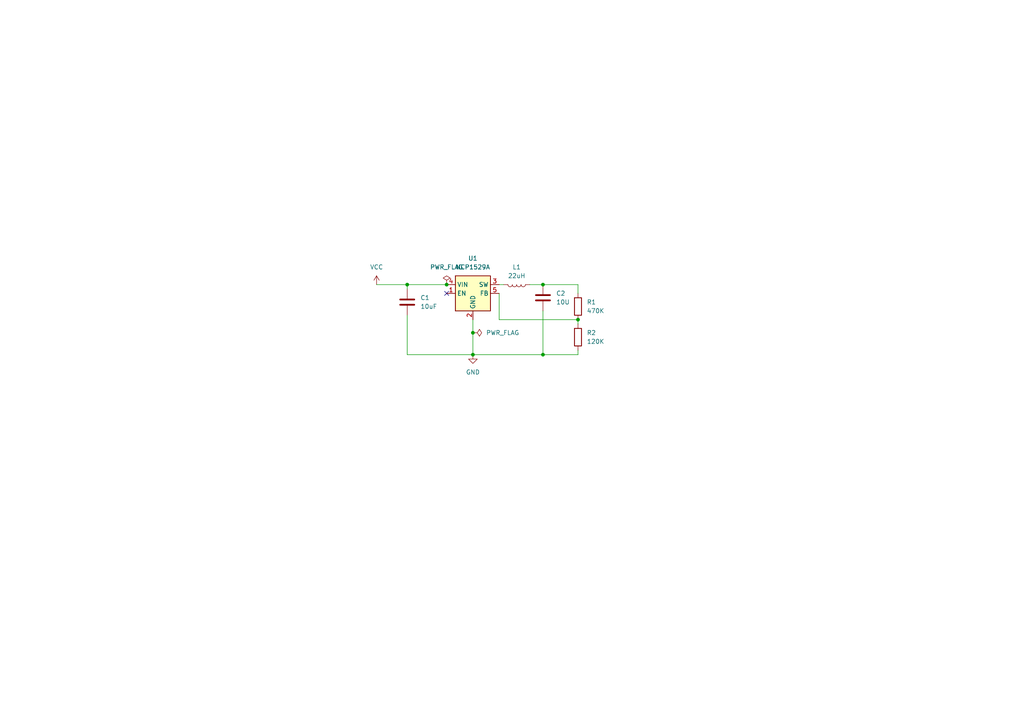
<source format=kicad_sch>
(kicad_sch (version 20211123) (generator eeschema)
  (paper "A4")
  (lib_symbols
    (symbol "Device:C" (pin_numbers hide) (pin_names (offset 0.254))
      (property "Reference" "C" (at 0.635 2.54 0))
      (property "Value" "C" (at 0.635 -2.54 0))
      (symbol "C_0_1"
        (polyline (pts (xy -2.032 -0.762) (xy 2.032 -0.762)) (stroke (width 0.508)))
        (polyline (pts (xy -2.032 0.762) (xy 2.032 0.762)) (stroke (width 0.508)))
      )
      (symbol "C_1_1"
        (pin passive line (at 0 3.81 270) (length 2.794) (name "~") (number "1"))
        (pin passive line (at 0 -3.81 90) (length 2.794) (name "~") (number "2"))
      )
    )
    (symbol "Device:L" (pin_numbers hide) (pin_names (offset 1.016) hide)
      (property "Reference" "L" (at -1.27 0 90))
      (property "Value" "L" (at 1.905 0 90))
      (symbol "L_0_1"
        (arc (start 0 -2.54) (mid 0.635 -1.905) (end 0 -1.27))
        (arc (start 0 -1.27) (mid 0.635 -0.635) (end 0 0))
        (arc (start 0 0) (mid 0.635 0.635) (end 0 1.27))
        (arc (start 0 1.27) (mid 0.635 1.905) (end 0 2.54))
      )
      (symbol "L_1_1"
        (pin passive line (at 0 3.81 270) (length 1.27) (name "1") (number "1"))
        (pin passive line (at 0 -3.81 90) (length 1.27) (name "2") (number "2"))
      )
    )
    (symbol "Device:R" (pin_numbers hide) (pin_names (offset 0))
      (property "Reference" "R" (at 2.032 0 90))
      (property "Value" "R" (at 0 0 90))
      (symbol "R_0_1"
        (rectangle (start -1.016 -2.54) (end 1.016 2.54) (stroke (width 0.254)))
      )
      (symbol "R_1_1"
        (pin passive line (at 0 3.81 270) (length 1.27) (name "~") (number "1"))
        (pin passive line (at 0 -3.81 90) (length 1.27) (name "~") (number "2"))
      )
    )
    (symbol "Regulator_Switching:NCP1529A"
      (property "Reference" "U" (at -5.08 6.35 0))
      (property "Value" "NCP1529A" (at 0 6.35 0))
      (symbol "NCP1529A_0_1"
        (rectangle (start -5.08 5.08) (end 5.08 -5.08) (stroke (width 0.254)) (fill (type background)))
      )
      (symbol "NCP1529A_1_1"
        (pin input line (at -7.62 0 0) (length 2.54) (name "EN") (number "1"))
        (pin power_in line (at 0 -7.62 90) (length 2.54) (name "GND") (number "2"))
        (pin power_out line (at 7.62 2.54 180) (length 2.54) (name "SW") (number "3"))
        (pin power_in line (at -7.62 2.54 0) (length 2.54) (name "VIN") (number "4"))
        (pin input line (at 7.62 0 180) (length 2.54) (name "FB") (number "5"))
      )
    )
    (symbol "power:GND" (power) (pin_names (offset 0))
      (property "Value" "GND" (at 0 -3.81 0))
      (symbol "GND_0_1"
        (polyline (pts (xy 0 0) (xy 0 -1.27) (xy 1.27 -1.27) (xy 0 -2.54) (xy -1.27 -1.27) (xy 0 -1.27)))
      )
      (symbol "GND_1_1"
        (pin power_in line (at 0 0 270) (length 0) hide (name "GND") (number "1"))
      )
    )
    (symbol "power:PWR_FLAG" (power) (pin_numbers hide) (pin_names (offset 0) hide)
      (property "Value" "PWR_FLAG" (at 0 3.81 0))
      (symbol "PWR_FLAG_0_0"
        (pin power_out line (at 0 0 90) (length 0) (name "pwr") (number "1"))
      )
      (symbol "PWR_FLAG_0_1"
        (polyline (pts (xy 0 0) (xy 0 1.27) (xy -1.016 1.905) (xy 0 2.54) (xy 1.016 1.905) (xy 0 1.27)))
      )
    )
    (symbol "power:VCC" (power) (pin_names (offset 0))
      (property "Value" "VCC" (at 0 3.81 0))
      (symbol "VCC_0_1"
        (polyline (pts (xy -0.762 1.27) (xy 0 2.54)))
        (polyline (pts (xy 0 0) (xy 0 2.54)))
        (polyline (pts (xy 0 2.54) (xy 0.762 1.27)))
      )
      (symbol "VCC_1_1"
        (pin power_in line (at 0 0 90) (length 0) hide (name "VCC") (number "1"))
      )
    )
  )
  (junction (at 118.11 82.55))
  (junction (at 157.48 82.55))
  (junction (at 129.54 82.55))
  (junction (at 167.64 92.71))
  (junction (at 137.16 102.87))
  (junction (at 137.16 96.52))
  (junction (at 157.48 102.87))
  (no_connect (at 129.54 85.09))
  (wire (pts (xy 167.64 92.71) (xy 167.64 93.98)))
  (wire (pts (xy 118.11 91.44) (xy 118.11 102.87)))
  (wire (pts (xy 144.78 82.55) (xy 146.05 82.55)))
  (wire (pts (xy 153.67 82.55) (xy 157.48 82.55)))
  (wire (pts (xy 137.16 102.87) (xy 157.48 102.87)))
  (wire (pts (xy 157.48 90.17) (xy 157.48 102.87)))
  (wire (pts (xy 157.48 102.87) (xy 167.64 102.87)))
  (wire (pts (xy 167.64 82.55) (xy 167.64 85.09)))
  (wire (pts (xy 129.54 82.55) (xy 118.11 82.55)))
  (wire (pts (xy 144.78 85.09) (xy 144.78 92.71)))
  (wire (pts (xy 118.11 82.55) (xy 118.11 83.82)))
  (wire (pts (xy 137.16 102.87) (xy 137.16 96.52)))
  (wire (pts (xy 109.22 82.55) (xy 118.11 82.55)))
  (wire (pts (xy 137.16 96.52) (xy 137.16 92.71)))
  (wire (pts (xy 144.78 92.71) (xy 167.64 92.71)))
  (wire (pts (xy 167.64 101.6) (xy 167.64 102.87)))
  (wire (pts (xy 118.11 102.87) (xy 137.16 102.87)))
  (wire (pts (xy 157.48 82.55) (xy 167.64 82.55)))
  (symbol (lib_id "Device:C") (at 157.48 86.36 0) (unit 1)
    (property "Reference" "C2" (at 161.29 85.0899 0) (effects (justify left)))
    (property "Value" "10U" (at 161.29 87.6299 0) (effects (justify left)))
    (property "Footprint" "Capacitor_SMD:C_0805_2012Metric_Pad1.18x1.45mm_HandSolder" (effects hide))
  )
  (symbol (lib_id "Device:C") (at 118.11 87.63 0) (unit 1)
    (property "Reference" "C1" (at 121.92 86.3599 0) (effects (justify left)))
    (property "Value" "10uF" (at 121.92 88.8999 0) (effects (justify left)))
    (property "Footprint" "Capacitor_SMD:C_0805_2012Metric_Pad1.18x1.45mm_HandSolder" (effects hide))
  )
  (symbol (lib_id "Device:L") (at 149.86 82.55 270) (unit 1)
    (property "Reference" "L1" (at 149.86 77.47 90))
    (property "Value" "22uH" (at 149.86 80.01 90))
    (property "Footprint" "Inductor_SMD:L_Coilcraft_LPS4018" (effects hide))
  )
  (symbol (lib_id "Regulator_Switching:NCP1529A") (at 137.16 85.09 0) (unit 1)
    (property "Reference" "U1" (at 137.16 74.93 0))
    (property "Value" "NCP1529A" (at 137.16 77.47 0))
    (property "Footprint" "Package_TO_SOT_SMD:SOT-23-5" (effects hide))
    (property "Datasheet" "https://www.onsemi.com/pub/Collateral/NCP1529-D.PDF" (effects hide))
  )
  (symbol (lib_id "power:PWR_FLAG") (at 129.54 82.55 0) (unit 1)
    (property "Reference" "#FLG0101" (effects hide))
    (property "Value" "PWR_FLAG" (at 129.54 77.47 0))
  )
  (symbol (lib_id "power:PWR_FLAG") (at 137.16 96.52 270) (unit 1)
    (property "Reference" "#FLG0102" (effects hide))
    (property "Value" "PWR_FLAG" (at 140.97 96.5199 90) (effects (justify left)))
  )
  (symbol (lib_id "Device:R") (at 167.64 88.9 0) (unit 1)
    (property "Reference" "R1" (at 170.18 87.6299 0) (effects (justify left)))
    (property "Value" "470K" (at 170.18 90.1699 0) (effects (justify left)))
    (property "Footprint" "Resistor_SMD:R_0805_2012Metric_Pad1.20x1.40mm_HandSolder" (effects hide))
  )
  (symbol (lib_id "power:GND") (at 137.16 102.87 0) (unit 1)
    (property "Reference" "#PWR02" (effects hide))
    (property "Value" "GND" (at 137.16 107.95 0))
  )
  (symbol (lib_id "power:VCC") (at 109.22 82.55 0) (unit 1)
    (property "Reference" "#PWR01" (effects hide))
    (property "Value" "VCC" (at 109.22 77.47 0))
  )
  (symbol (lib_id "Device:R") (at 167.64 97.79 0) (unit 1)
    (property "Reference" "R2" (at 170.18 96.5199 0) (effects (justify left)))
    (property "Value" "120K" (at 170.18 99.0599 0) (effects (justify left)))
    (property "Footprint" "Resistor_SMD:R_0805_2012Metric_Pad1.20x1.40mm_HandSolder" (effects hide))
  )
)
</source>
